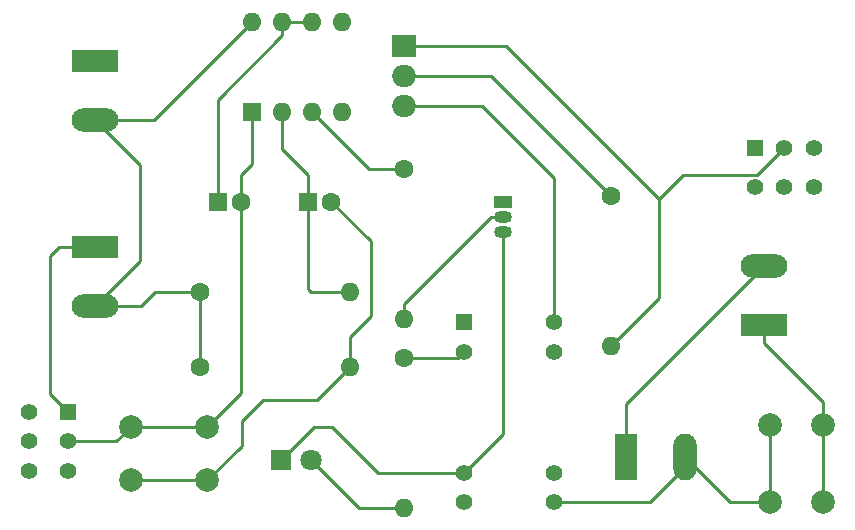
<source format=gbr>
%TF.GenerationSoftware,KiCad,Pcbnew,(5.1.10)-1*%
%TF.CreationDate,2021-10-13T19:13:19-05:00*%
%TF.ProjectId,electroporator,656c6563-7472-46f7-906f-7261746f722e,rev?*%
%TF.SameCoordinates,Original*%
%TF.FileFunction,Copper,L1,Top*%
%TF.FilePolarity,Positive*%
%FSLAX46Y46*%
G04 Gerber Fmt 4.6, Leading zero omitted, Abs format (unit mm)*
G04 Created by KiCad (PCBNEW (5.1.10)-1) date 2021-10-13 19:13:19*
%MOMM*%
%LPD*%
G01*
G04 APERTURE LIST*
%TA.AperFunction,ComponentPad*%
%ADD10O,3.960000X1.980000*%
%TD*%
%TA.AperFunction,ComponentPad*%
%ADD11R,3.960000X1.980000*%
%TD*%
%TA.AperFunction,ComponentPad*%
%ADD12C,2.000000*%
%TD*%
%TA.AperFunction,ComponentPad*%
%ADD13C,1.400000*%
%TD*%
%TA.AperFunction,ComponentPad*%
%ADD14R,1.400000X1.400000*%
%TD*%
%TA.AperFunction,ComponentPad*%
%ADD15C,1.600000*%
%TD*%
%TA.AperFunction,ComponentPad*%
%ADD16R,1.600000X1.600000*%
%TD*%
%TA.AperFunction,ComponentPad*%
%ADD17R,1.800000X1.800000*%
%TD*%
%TA.AperFunction,ComponentPad*%
%ADD18C,1.800000*%
%TD*%
%TA.AperFunction,ComponentPad*%
%ADD19R,1.980000X3.960000*%
%TD*%
%TA.AperFunction,ComponentPad*%
%ADD20O,1.980000X3.960000*%
%TD*%
%TA.AperFunction,ComponentPad*%
%ADD21O,1.500000X1.050000*%
%TD*%
%TA.AperFunction,ComponentPad*%
%ADD22R,1.500000X1.050000*%
%TD*%
%TA.AperFunction,ComponentPad*%
%ADD23O,1.600000X1.600000*%
%TD*%
%TA.AperFunction,ComponentPad*%
%ADD24R,2.000000X1.905000*%
%TD*%
%TA.AperFunction,ComponentPad*%
%ADD25O,2.000000X1.905000*%
%TD*%
%TA.AperFunction,Conductor*%
%ADD26C,0.250000*%
%TD*%
G04 APERTURE END LIST*
D10*
%TO.P,R3,2*%
%TO.N,+5V*%
X107950000Y-75612000D03*
D11*
%TO.P,R3,1*%
%TO.N,Net-(C2-Pad1)*%
X107950000Y-70612000D03*
%TD*%
D12*
%TO.P,SW4,1*%
%TO.N,+VDC*%
X165100000Y-101450000D03*
%TO.P,SW4,2*%
%TO.N,Net-(J2-Pad1)*%
X169600000Y-101450000D03*
%TO.P,SW4,1*%
%TO.N,+VDC*%
X165100000Y-107950000D03*
%TO.P,SW4,2*%
%TO.N,Net-(J2-Pad1)*%
X169600000Y-107950000D03*
%TD*%
D13*
%TO.P,SW3,6*%
%TO.N,N/C*%
X168830000Y-81278000D03*
%TO.P,SW3,5*%
X166330000Y-81278000D03*
%TO.P,SW3,4*%
X163830000Y-81278000D03*
%TO.P,SW3,3*%
X168830000Y-77978000D03*
%TO.P,SW3,2*%
%TO.N,Net-(J2-Pad1)*%
X166330000Y-77978000D03*
D14*
%TO.P,SW3,1*%
%TO.N,Net-(K1-Pad14)*%
X163830000Y-77978000D03*
%TD*%
D15*
%TO.P,C1,2*%
%TO.N,Net-(C1-Pad2)*%
X127984000Y-82550000D03*
D16*
%TO.P,C1,1*%
%TO.N,Net-(C1-Pad1)*%
X125984000Y-82550000D03*
%TD*%
%TO.P,C2,1*%
%TO.N,Net-(C2-Pad1)*%
X118364000Y-82550000D03*
D15*
%TO.P,C2,2*%
%TO.N,Net-(C2-Pad2)*%
X120364000Y-82550000D03*
%TD*%
D17*
%TO.P,D1,1*%
%TO.N,Net-(D1-Pad1)*%
X123698000Y-104394000D03*
D18*
%TO.P,D1,2*%
%TO.N,Net-(D1-Pad2)*%
X126238000Y-104394000D03*
%TD*%
D11*
%TO.P,J1,1*%
%TO.N,GND*%
X107950000Y-86360000D03*
D10*
%TO.P,J1,2*%
%TO.N,+5V*%
X107950000Y-91360000D03*
%TD*%
%TO.P,J2,2*%
%TO.N,-VDC*%
X164592000Y-87964000D03*
D11*
%TO.P,J2,1*%
%TO.N,Net-(J2-Pad1)*%
X164592000Y-92964000D03*
%TD*%
D19*
%TO.P,J3,1*%
%TO.N,-VDC*%
X152908000Y-104140000D03*
D20*
%TO.P,J3,2*%
%TO.N,+VDC*%
X157908000Y-104140000D03*
%TD*%
D13*
%TO.P,K1,13*%
%TO.N,Net-(K1-Pad13)*%
X146812000Y-95250000D03*
%TO.P,K1,9*%
%TO.N,Net-(K1-Pad9)*%
X146812000Y-105510000D03*
%TO.P,K1,6*%
%TO.N,Net-(D1-Pad1)*%
X139192000Y-105510000D03*
%TO.P,K1,2*%
%TO.N,+5V*%
X139192000Y-95250000D03*
D14*
%TO.P,K1,1*%
%TO.N,Net-(K1-Pad1)*%
X139192000Y-92710000D03*
D13*
%TO.P,K1,8*%
%TO.N,+VDC*%
X146812000Y-107950000D03*
%TO.P,K1,7*%
%TO.N,Net-(K1-Pad7)*%
X139192000Y-107950000D03*
%TO.P,K1,14*%
%TO.N,Net-(K1-Pad14)*%
X146812000Y-92710000D03*
%TD*%
D21*
%TO.P,Q1,2*%
%TO.N,Net-(Q1-Pad2)*%
X142494000Y-83820000D03*
%TO.P,Q1,3*%
%TO.N,Net-(D1-Pad1)*%
X142494000Y-85090000D03*
D22*
%TO.P,Q1,1*%
%TO.N,Net-(C2-Pad2)*%
X142494000Y-82550000D03*
%TD*%
D23*
%TO.P,R1,2*%
%TO.N,Net-(C1-Pad2)*%
X129540000Y-96520000D03*
D15*
%TO.P,R1,1*%
%TO.N,+5V*%
X116840000Y-96520000D03*
%TD*%
%TO.P,R2,1*%
%TO.N,+5V*%
X116840000Y-90170000D03*
D23*
%TO.P,R2,2*%
%TO.N,Net-(C1-Pad1)*%
X129540000Y-90170000D03*
%TD*%
%TO.P,R4,2*%
%TO.N,Net-(Q1-Pad2)*%
X134112000Y-92456000D03*
D15*
%TO.P,R4,1*%
%TO.N,Net-(R4-Pad1)*%
X134112000Y-79756000D03*
%TD*%
%TO.P,R5,1*%
%TO.N,+5V*%
X134112000Y-95758000D03*
D23*
%TO.P,R5,2*%
%TO.N,Net-(D1-Pad2)*%
X134112000Y-108458000D03*
%TD*%
D15*
%TO.P,R6,1*%
%TO.N,Net-(R6-Pad1)*%
X151638000Y-82042000D03*
D23*
%TO.P,R6,2*%
%TO.N,Net-(J2-Pad1)*%
X151638000Y-94742000D03*
%TD*%
D14*
%TO.P,SW1,1*%
%TO.N,GND*%
X105664000Y-100330000D03*
D13*
%TO.P,SW1,2*%
%TO.N,Net-(C2-Pad2)*%
X105664000Y-102830000D03*
%TO.P,SW1,3*%
%TO.N,N/C*%
X105664000Y-105330000D03*
%TO.P,SW1,4*%
X102364000Y-100330000D03*
%TO.P,SW1,5*%
X102364000Y-102830000D03*
%TO.P,SW1,6*%
X102364000Y-105330000D03*
%TD*%
D12*
%TO.P,SW2,2*%
%TO.N,Net-(C1-Pad2)*%
X110998000Y-106100000D03*
%TO.P,SW2,1*%
%TO.N,Net-(C2-Pad2)*%
X110998000Y-101600000D03*
%TO.P,SW2,2*%
%TO.N,Net-(C1-Pad2)*%
X117498000Y-106100000D03*
%TO.P,SW2,1*%
%TO.N,Net-(C2-Pad2)*%
X117498000Y-101600000D03*
%TD*%
D16*
%TO.P,U1,1*%
%TO.N,Net-(C2-Pad2)*%
X121285000Y-74930000D03*
D23*
%TO.P,U1,5*%
%TO.N,Net-(U1-Pad5)*%
X128905000Y-67310000D03*
%TO.P,U1,2*%
%TO.N,Net-(C1-Pad1)*%
X123825000Y-74930000D03*
%TO.P,U1,6*%
%TO.N,Net-(C2-Pad1)*%
X126365000Y-67310000D03*
%TO.P,U1,3*%
%TO.N,Net-(R4-Pad1)*%
X126365000Y-74930000D03*
%TO.P,U1,7*%
%TO.N,Net-(C2-Pad1)*%
X123825000Y-67310000D03*
%TO.P,U1,4*%
%TO.N,+5V*%
X128905000Y-74930000D03*
%TO.P,U1,8*%
X121285000Y-67310000D03*
%TD*%
D24*
%TO.P,U2,1*%
%TO.N,Net-(J2-Pad1)*%
X134112000Y-69342000D03*
D25*
%TO.P,U2,2*%
%TO.N,Net-(R6-Pad1)*%
X134112000Y-71882000D03*
%TO.P,U2,3*%
%TO.N,Net-(K1-Pad14)*%
X134112000Y-74422000D03*
%TD*%
D26*
%TO.N,Net-(C1-Pad2)*%
X110998000Y-106100000D02*
X117498000Y-106100000D01*
X131318000Y-85884000D02*
X127984000Y-82550000D01*
X131318000Y-92202000D02*
X131318000Y-85884000D01*
X129540000Y-93980000D02*
X131318000Y-92202000D01*
X129540000Y-96520000D02*
X129540000Y-93980000D01*
X117498000Y-106100000D02*
X120396000Y-103202000D01*
X120396000Y-103202000D02*
X120396000Y-101092000D01*
X120396000Y-101092000D02*
X122174000Y-99314000D01*
X126746000Y-99314000D02*
X129540000Y-96520000D01*
X122174000Y-99314000D02*
X126746000Y-99314000D01*
%TO.N,Net-(C1-Pad1)*%
X129540000Y-90170000D02*
X126238000Y-90170000D01*
X125984000Y-89916000D02*
X125984000Y-82550000D01*
X126238000Y-90170000D02*
X125984000Y-89916000D01*
X125984000Y-82550000D02*
X125984000Y-80264000D01*
X123825000Y-78105000D02*
X123825000Y-74930000D01*
X125984000Y-80264000D02*
X123825000Y-78105000D01*
%TO.N,Net-(C2-Pad1)*%
X118364000Y-82550000D02*
X118364000Y-73914000D01*
X123825000Y-68453000D02*
X123825000Y-67310000D01*
X118364000Y-73914000D02*
X123825000Y-68453000D01*
X123825000Y-67310000D02*
X126365000Y-67310000D01*
%TO.N,Net-(C2-Pad2)*%
X110998000Y-101600000D02*
X117498000Y-101600000D01*
X109768000Y-102830000D02*
X110998000Y-101600000D01*
X105664000Y-102830000D02*
X109768000Y-102830000D01*
X120364000Y-82550000D02*
X120364000Y-80296000D01*
X121285000Y-79375000D02*
X121285000Y-74930000D01*
X120364000Y-80296000D02*
X121285000Y-79375000D01*
X120364000Y-98734000D02*
X117498000Y-101600000D01*
X120364000Y-82550000D02*
X120364000Y-98734000D01*
%TO.N,Net-(D1-Pad1)*%
X123698000Y-104394000D02*
X126492000Y-101600000D01*
X126492000Y-101600000D02*
X128016000Y-101600000D01*
X131926000Y-105510000D02*
X139192000Y-105510000D01*
X128016000Y-101600000D02*
X131926000Y-105510000D01*
X142494000Y-102208000D02*
X142494000Y-85090000D01*
X139192000Y-105510000D02*
X142494000Y-102208000D01*
%TO.N,Net-(D1-Pad2)*%
X126238000Y-104394000D02*
X130302000Y-108458000D01*
X130302000Y-108458000D02*
X134112000Y-108458000D01*
%TO.N,GND*%
X104140000Y-98806000D02*
X105664000Y-100330000D01*
X104140000Y-87122000D02*
X104140000Y-98806000D01*
X104902000Y-86360000D02*
X104140000Y-87122000D01*
X107950000Y-86360000D02*
X104902000Y-86360000D01*
%TO.N,+5V*%
X107950000Y-91360000D02*
X111760000Y-87550000D01*
X116840000Y-90170000D02*
X116840000Y-96520000D01*
X107950000Y-91360000D02*
X111840000Y-91360000D01*
X113030000Y-90170000D02*
X116840000Y-90170000D01*
X111840000Y-91360000D02*
X113030000Y-90170000D01*
X138684000Y-95758000D02*
X139192000Y-95250000D01*
X134112000Y-95758000D02*
X138684000Y-95758000D01*
X111760000Y-79422000D02*
X107950000Y-75612000D01*
X111760000Y-87550000D02*
X111760000Y-79422000D01*
X112983000Y-75612000D02*
X121285000Y-67310000D01*
X107950000Y-75612000D02*
X112983000Y-75612000D01*
%TO.N,Net-(K1-Pad14)*%
X146812000Y-92710000D02*
X146812000Y-80518000D01*
X140716000Y-74422000D02*
X140970000Y-74676000D01*
X134112000Y-74422000D02*
X140716000Y-74422000D01*
X146812000Y-80518000D02*
X140970000Y-74676000D01*
%TO.N,Net-(Q1-Pad2)*%
X134112000Y-91202000D02*
X134112000Y-92456000D01*
X141494000Y-83820000D02*
X134112000Y-91202000D01*
X142494000Y-83820000D02*
X141494000Y-83820000D01*
%TO.N,Net-(R4-Pad1)*%
X131191000Y-79756000D02*
X134112000Y-79756000D01*
X126365000Y-74930000D02*
X131191000Y-79756000D01*
%TO.N,Net-(R6-Pad1)*%
X141478000Y-71882000D02*
X141732000Y-72136000D01*
X134112000Y-71882000D02*
X141478000Y-71882000D01*
X141732000Y-72136000D02*
X151638000Y-82042000D01*
%TO.N,-VDC*%
X152908000Y-99648000D02*
X164592000Y-87964000D01*
X152908000Y-104140000D02*
X152908000Y-99648000D01*
%TO.N,+VDC*%
X165100000Y-107950000D02*
X165100000Y-101450000D01*
X161718000Y-107950000D02*
X157908000Y-104140000D01*
X165100000Y-107950000D02*
X161718000Y-107950000D01*
X157908000Y-104140000D02*
X157908000Y-104982000D01*
X154940000Y-107950000D02*
X146812000Y-107950000D01*
X157908000Y-104982000D02*
X154940000Y-107950000D01*
%TO.N,Net-(J2-Pad1)*%
X155702000Y-90678000D02*
X151638000Y-94742000D01*
X155702000Y-82296000D02*
X155702000Y-90678000D01*
X169600000Y-101450000D02*
X169600000Y-107950000D01*
X164055001Y-80252999D02*
X158507001Y-80252999D01*
X166330000Y-77978000D02*
X164055001Y-80252999D01*
X158507001Y-80252999D02*
X158496000Y-80264000D01*
X157734000Y-80264000D02*
X155702000Y-82296000D01*
X158496000Y-80264000D02*
X157734000Y-80264000D01*
X164592000Y-92964000D02*
X164592000Y-94488000D01*
X169600000Y-99496000D02*
X169600000Y-101450000D01*
X164592000Y-94488000D02*
X169600000Y-99496000D01*
X142748000Y-69342000D02*
X143002000Y-69596000D01*
X134112000Y-69342000D02*
X142748000Y-69342000D01*
X143002000Y-69596000D02*
X155702000Y-82296000D01*
%TD*%
M02*

</source>
